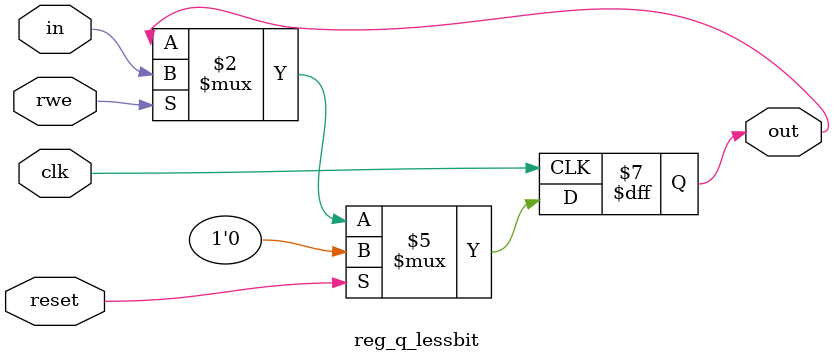
<source format=v>
module reg_q_lessbit( clk, rwe, in, out, reset);
	input clk, rwe,reset;
	input	  in;
	output reg  out;
	reg  mem;
	always @ (posedge clk) begin 
		if (reset)
			out<=0;
		else if (rwe)
			out<=in;
	end
	
endmodule

</source>
